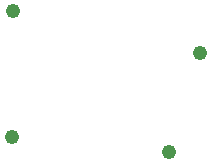
<source format=gbp>
G04 Layer_Color=128*
%FSLAX25Y25*%
%MOIN*%
G70*
G01*
G75*
G04:AMPARAMS|DCode=285|XSize=48mil|YSize=48mil|CornerRadius=24mil|HoleSize=0mil|Usage=FLASHONLY|Rotation=180.000|XOffset=0mil|YOffset=0mil|HoleType=Round|Shape=RoundedRectangle|*
%AMROUNDEDRECTD285*
21,1,0.04800,0.00000,0,0,180.0*
21,1,0.00000,0.04800,0,0,180.0*
1,1,0.04800,0.00000,0.00000*
1,1,0.04800,0.00000,0.00000*
1,1,0.04800,0.00000,0.00000*
1,1,0.04800,0.00000,0.00000*
%
%ADD285ROUNDEDRECTD285*%
G54D285*
X453461Y265925D02*
D03*
X443000Y233000D02*
D03*
X390900Y237900D02*
D03*
X391200Y279900D02*
D03*
M02*

</source>
